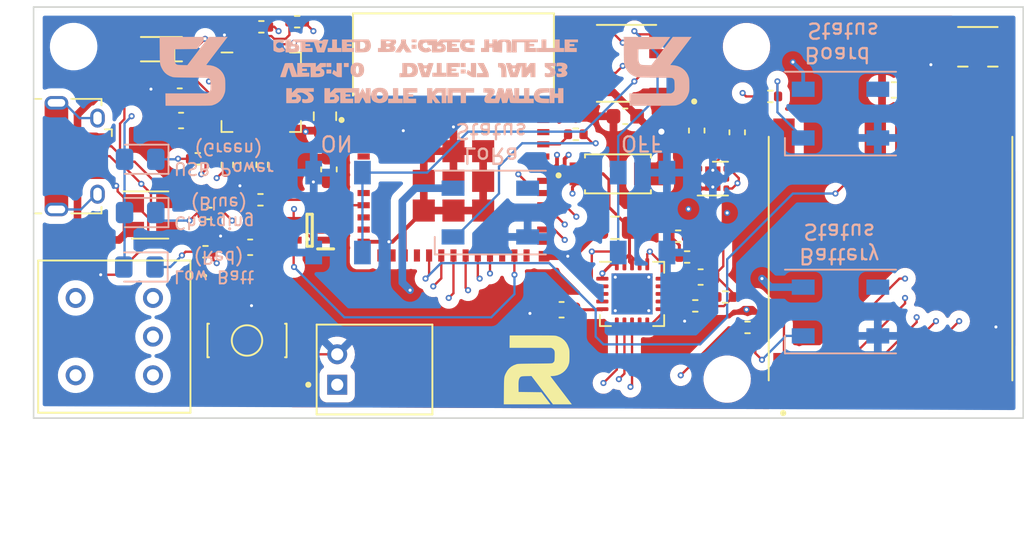
<source format=kicad_pcb>
(kicad_pcb (version 20211014) (generator pcbnew)
  (title_block (title "Kill Switch - Remote") (date "2023-01-18") (rev "1.0") (company "Created by: Greg Hulette") (comment 1 "- Creates WiFi Network for Remote Web Access") (comment 2 "- WiFi to LoRa Bridge") (comment 3 "- Buttons for Master Relay"))
  (layers (0 "F.Cu" signal) (1 "In1.Cu" signal) (2 "In2.Cu" signal) (31 "B.Cu" signal) (34 "B.Paste" user) (35 "F.Paste" user) (36 "B.SilkS" user "B.Silkscreen") (37 "F.SilkS" user "F.Silkscreen") (38 "B.Mask" user) (39 "F.Mask" user) (44 "Edge.Cuts" user))
  (net 0 "")
  (net 1 "+3V3")
  (net 2 "GND")
  (net 3 "RESET")
  (net 4 "Net-(C6-Pad2)")
  (net 5 "VBUS")
  (net 6 "Net-(C9-Pad1)")
  (net 7 "Net-(D1-PadA)")
  (net 8 "USB_DP")
  (net 9 "USB_DN")
  (net 10 "Net-(D4-Pad1)")
  (net 11 "Net-(D5-Pad1)")
  (net 13 "unconnected-(J1-Pad6)")
  (net 14 "Net-(J2-Pad1)")
  (net 15 "Net-(J3-Pad2)")
  (net 17 "Net-(L1-Pad3)")
  (net 19 "Net-(L2-Pad3)")
  (net 21 "Net-(L3-Pad3)")
  (net 22 "DTR")
  (net 23 "RTS")
  (net 24 "GPIO0")
  (net 25 "Net-(R2-Pad1)")
  (net 26 "RXD0")
  (net 27 "Net-(R3-Pad1)")
  (net 28 "TXD0")
  (net 29 "Net-(R4-Pad2)")
  (net 30 "Net-(R6-Pad1)")
  (net 31 "Net-(R7-Pad1)")
  (net 32 "Net-(R8-Pad1)")
  (net 33 "Net-(R9-Pad1)")
  (net 34 "Net-(R10-Pad1)")
  (net 35 "Net-(R11-Pad1)")
  (net 36 "BATT_LEVEL")
  (net 37 "STATUS_LED_DATA")
  (net 38 "BATSTAT_LED_DATA")
  (net 39 "Net-(TH1-Pad1)")
  (net 49 "DI0_LORA")
  (net 50 "RESET_LORA")
  (net 51 "SCK_LORA")
  (net 52 "MISO_LORA")
  (net 53 "MOSI_LORA")
  (net 54 "NSS_LORA")
  (net 58 "OFF_SW_OUT")
  (net 59 "ON_SW_OUT")
  (net 79 "DTS")
  (net 88 "LORA_LED_DATA")
  (net 90 "Net-(S2-Pad1)")
  (net 91 "Net-(S3-Pad1)")
  (net 92 "Net-(R9-Pad2)")
  (footprint "Capacitor_SMD:C_0603_1608Metric" (layer "F.Cu") (at 94.6 88.854 180)
    (fp_text reference "C5")
    (fp_text value ".1uF")
  )
  (footprint "MountingHole:MountingHole_2.1mm" (layer "F.Cu") (at 131.826 85.598)
    (fp_text reference "REF**" hide)
    (fp_text value "MountingHole_2.1mm" hide)
  )
  (footprint "Custom:JST_S2B-PH-K-S(LF)(SN)" (layer "F.Cu") (at 104.944 106.809 90)
    (fp_text reference "J2")
    (fp_text value "S2B-PH-K-S(LF)(SN)")
  )
  (footprint "Package_DFN_QFN:QFN-28-1EP_5x5mm_P0.5mm_EP3.35x3.35mm" (layer "F.Cu") (at 99.952 88.596)
    (fp_text reference "U2")
    (fp_text value "CP2102N-A02-GQFN28")
  )
  (footprint "Custom:MODULE_ESP32-PICO-MINI-02" (layer "F.Cu") (at 112.579 94.418)
    (fp_text reference "U1")
    (fp_text value "ESP32-PICO-MINI-02")
  )
  (footprint "Resistor_SMD:R_0402_1005Metric" (layer "F.Cu") (at 127.338 98.054 180)
    (fp_text reference "R13")
    (fp_text value "100K")
  )
  (footprint "Capacitor_SMD:C_0603_1608Metric" (layer "F.Cu") (at 141.504 88.446)
    (fp_text reference "C10")
    (fp_text value ".1uF")
  )
  (footprint "Resistor_SMD:R_0402_1005Metric" (layer "F.Cu") (at 131.896 104.044 180)
    (fp_text reference "R17")
    (fp_text value "470")
  )
  (footprint "Capacitor_SMD:C_0603_1608Metric" (layer "F.Cu") (at 128.558 91.114 -90)
    (fp_text reference "C7")
    (fp_text value "1uF")
  )
  (footprint "Capacitor_SMD:C_0603_1608Metric" (layer "F.Cu") (at 99.226 98.78 180)
    (fp_text reference "C3")
    (fp_text value ".1uF")
  )
  (footprint "Capacitor_SMD:C_0805_2012Metric" (layer "F.Cu") (at 104.14 90.17 90)
    (fp_text reference "C1")
    (fp_text value "10uF")
  )
  (footprint "Connector_USB:USB_Micro-B_Amphenol_10118194_Horizontal" (layer "F.Cu") (at 87.8 92.794 -90)
    (fp_text reference "J1")
    (fp_text value "USB_B_Micro")
  )
  (footprint "Resistor_SMD:R_0402_1005Metric" (layer "F.Cu") (at 100.016 93.364 -90)
    (fp_text reference "R6")
    (fp_text value "1K")
  )
  (footprint "Package_SON:WSON-6-1EP_2x2mm_P0.65mm_EP1x1.6mm_ThermalVias" (layer "F.Cu") (at 129.614 94.27)
    (fp_text reference "U3")
    (fp_text value "LP5912-3.3DRV")
  )
  (footprint "Resistor_SMD:R_0402_1005Metric" (layer "F.Cu") (at 98.97 93.364 -90)
    (fp_text reference "R5")
    (fp_text value "47.5K")
  )
  (footprint "Package_DFN_QFN:QFN-20-1EP_4x4mm_P0.5mm_EP2.7x2.7mm_ThermalVias" (layer "F.Cu") (at 124.308 101.844)
    (fp_text reference "U4")
    (fp_text value "MCP73871-2CC-Custom")
  )
  (footprint "Resistor_SMD:R_0402_1005Metric" (layer "F.Cu") (at 127.926 99.418)
    (fp_text reference "R12")
    (fp_text value "100K")
  )
  (footprint "Resistor_SMD:R_0402_1005Metric" (layer "F.Cu") (at 130.426 102.046)
    (fp_text reference "R10")
    (fp_text value "10K")
  )
  (footprint "Resistor_SMD:R_0402_1005Metric" (layer "F.Cu") (at 95.78392 92.97 180)
    (fp_text reference "R7")
    (fp_text value "82")
  )
  (footprint "Capacitor_SMD:C_0603_1608Metric" (layer "F.Cu") (at 128.814 100.736)
    (fp_text reference "C9")
    (fp_text value "4.7uF")
  )
  (footprint "Resistor_SMD:R_0402_1005Metric" (layer "F.Cu") (at 133.39 88.872 180)
    (fp_text reference "R14")
    (fp_text value "470")
  )
  (footprint "Resistor_SMD:R_0402_1005Metric" (layer "F.Cu") (at 97.728 93.368 90)
    (fp_text reference "R4")
    (fp_text value "22.1K")
  )
  (footprint "Custom:SMAJ5.0_DIOM4325X250N" (layer "F.Cu") (at 123.383 93.958)
    (fp_text reference "D3")
    (fp_text value "SMAJ5.0")
  )
  (footprint "Custom:SOD3716X135N" (layer "F.Cu") (at 93.3985 85.7685 180)
    (fp_text reference "D1")
    (fp_text value "B5819W-TP")
  )
  (footprint "Custom:SOIC127P600X175-8N" (layer "F.Cu") (at 123.946 86.698 180)
    (fp_text reference "U6")
    (fp_text value "LS18-S(Debouce)")
  )
  (footprint "MountingHole:MountingHole_2.1mm" (layer "F.Cu") (at 87.63 85.598)
    (fp_text reference "REF**" hide)
    (fp_text value "MountingHole_2.1mm" hide)
  )
  (footprint "Resistor_SMD:R_0402_1005Metric" (layer "F.Cu") (at 102.314 83.964)
    (fp_text reference "R3")
    (fp_text value "1K")
  )
  (footprint "Custom:RFM95W-915S2" (layer "F.Cu") (at 141.287 99.522 90)
    (fp_text reference "U5")
    (fp_text value "RFM95W-915S2")
  )
  (footprint "Capacitor_SMD:C_0603_1608Metric" (layer "F.Cu") (at 119.68 102.884 180)
    (fp_text reference "TH1")
    (fp_text value "10K")
  )
  (footprint "Capacitor_SMD:C_0603_1608Metric" (layer "F.Cu") (at 104.4 93.666 -90)
    (fp_text reference "C2")
    (fp_text value ".1uF")
  )
  (footprint "Custom:SOT65P230X110-6N" (layer "F.Cu") (at 103.133 97.662 180)
    (fp_text reference "Q2")
    (fp_text value "UMH3N")
  )
  (footprint "MountingHole:MountingHole_2.1mm" (layer "F.Cu") (at 130.556 107.442)
    (fp_text reference "REF**" hide)
    (fp_text value "MountingHole_2.1mm" hide)
  )
  (footprint "Capacitor_SMD:C_0805_2012Metric" (layer "F.Cu") (at 123.19 97.498 180)
    (fp_text reference "C8")
    (fp_text value "10uF")
  )
  (footprint "Capacitor_SMD:C_0603_1608Metric" (layer "F.Cu") (at 131.216 91.232 90)
    (fp_text reference "C6")
    (fp_text value "1uF")
  )
  (footprint "Resistor_SMD:R_0402_1005Metric" (layer "F.Cu") (at 128.462 102.628)
    (fp_text reference "R11")
    (fp_text value "100K")
  )
  (footprint "Package_TO_SOT_SMD:SOT-143" (layer "F.Cu") (at 92.654 96.66)
    (fp_text reference "D2")
    (fp_text value "SP0503BAHTG")
  )
  (footprint "Resistor_SMD:R_0402_1005Metric" (layer "F.Cu") (at 96.29192 99.074 180)
    (fp_text reference "R9")
    (fp_text value "150")
  )
  (footprint "Resistor_SMD:R_0402_1005Metric" (layer "F.Cu") (at 120.614 91.358 180)
    (fp_text reference "R16")
    (fp_text value "470")
  )
  (footprint "Custom:AS11CH" (layer "F.Cu") (at 90.30292 104.648 -90)
    (fp_text reference "SW4")
    (fp_text value "AS11CH")
  )
  (footprint "Capacitor_SMD:C_0603_1608Metric" (layer "F.Cu") (at 123.864 90.174)
    (fp_text reference "C11")
    (fp_text value ".1uF")
  )
  (footprint "Resistor_SMD:R_0402_1005Metric" (layer "F.Cu") (at 99.902 95.662)
    (fp_text reference "R1")
    (fp_text value "10K")
  )
  (footprint "Resistor_SMD:R_0402_1005Metric" (layer "F.Cu") (at 96.54592 96.56 180)
    (fp_text reference "R8")
    (fp_text value "82")
  )
  (footprint "Custom:SW_TL3342F160QG" (layer "F.Cu") (at 99.018618 104.902 -90)
    (fp_text reference "S1")
    (fp_text value "TL3342F160QG")
  )
  (footprint "Resistor_SMD:R_0402_1005Metric" (layer "F.Cu") (at 99.96 84.3)
    (fp_text reference "R2")
    (fp_text value "1K")
  )
  (footprint "Custom:HRS_U.FL-R-SMT-1(10)" (layer "F.Cu") (at 147.02 85.612)
    (fp_text reference "J3")
    (fp_text value "U.FL-R-SMT-1(10)")
  )
  (footprint "Capacitor_SMD:C_0603_1608Metric" (layer "F.Cu") (at 94.688 90.454 180)
    (fp_text reference "C4")
    (fp_text value "4.7uF")
  )
  (footprint "Logos:R2_Logo_V2" (layer "F.Cu") (at 118.11 107.188)
    (fp_text reference "G***" hide)
    (fp_text value "LOGO" hide)
  )
  (footprint "Logos:R2_Logo_V2" (layer "B.Cu") (at 95.504 86.868)
    (fp_text reference "G***" hide)
    (fp_text value "LOGO" hide)
  )
  (footprint "LED_SMD:LED_WS2812B_PLCC4_5.0x5.0mm_P3.2mm" (layer "B.Cu") (at 138 103 180)
    (fp_text reference "L3")
    (fp_text value "WS2812B-2020")
  )
  (footprint "Logos:R2_Logo_V2" (layer "B.Cu") (at 125.984 86.868)
    (fp_text reference "G***" hide)
    (fp_text value "LOGO" hide)
  )
  (footprint "LED_SMD:LED_0805_2012Metric_Pad1.15x1.40mm_HandSolder" (layer "B.Cu") (at 91.948 100.076 180)
    (fp_text reference "D6")
    (fp_text value "Red")
  )
  (footprint "Custom:KillSwiitch" (layer "B.Cu") (at 125 96.5 -90)
    (fp_text reference "S3")
    (fp_text value "TL3342F160QG")
  )
  (footprint "Logos:RemoteKillSwitchLogo" (layer "B.Cu") (at 110.737843 87.235218)
    (fp_text reference "G***" hide)
    (fp_text value "LOGO" hide)
  )
  (footprint "LED_SMD:LED_WS2812B_PLCC4_5.0x5.0mm_P3.2mm" (layer "B.Cu") (at 115 96.5 180)
    (fp_text reference "L2")
    (fp_text value "WS2812B-2020")
  )
  (footprint "LED_SMD:LED_0805_2012Metric_Pad1.15x1.40mm_HandSolder" (layer "B.Cu") (at 92 96.5 180)
    (fp_text reference "D5")
    (fp_text value "BLUE")
  )
  (footprint "Custom:KillSwiitch" (layer "B.Cu") (at 105 96.5 90)
    (fp_text reference "S2")
    (fp_text value "TL3342F160QG")
  )
  (footprint "LED_SMD:LED_WS2812B_PLCC4_5.0x5.0mm_P3.2mm" (layer "B.Cu") (at 138 90 180)
    (fp_text reference "L1")
    (fp_text value "WS2812B-2020")
  )
  (footprint "LED_SMD:LED_0805_2012Metric_Pad1.15x1.40mm_HandSolder" (layer "B.Cu") (at 92 93 180)
    (fp_text reference "D4")
    (fp_text value "Green")
  )
  (gr_line (start 150 83) (end 85 83) (layer "Edge.Cuts") (width 0.1))
  (gr_line (start 150 110) (end 150 83) (layer "Edge.Cuts") (width 0.1))
  (gr_line (start 85 83) (end 85 110) (layer "Edge.Cuts") (width 0.1))
  (gr_line (start 85 110) (end 150 110) (layer "Edge.Cuts") (width 0.1))
  (gr_text "OFF" (at 124.968 91.948 180) (layer "B.SilkS") (effects (font (size 1 1)) (justify mirror)))
  (gr_text "USB Power \n(Green)" (at 97.801809 92.964 180) (layer "B.SilkS") (effects (font (size 0.8 0.8) (thickness 0.125)) (justify mirror)))
  (gr_text "Low Batt \n(Red)" (at 97.15419 100.076 180) (layer "B.SilkS") (effects (font (size 0.8 0.8) (thickness 0.125)) (justify mirror)))
  (gr_text "Board \nStatus" (at 138.176 85.344 180) (layer "B.SilkS") (effects (font (size 1 1)) (justify mirror)))
  (gr_text "LoRa\nStatus" (at 115.062 91.948 180) (layer "B.SilkS") (effects (font (size 1 1)) (justify mirror)))
  (gr_text "Battery\nStatus" (at 137.922 98.552 180) (layer "B.SilkS") (effects (font (size 1 1)) (justify mirror)))
  (gr_text "ON" (at 104.902 91.948 180) (layer "B.SilkS") (effects (font (size 1 1)) (justify mirror)))
  (gr_text "Charging \n(Blue)" (at 97.173237 96.52 180) (layer "B.SilkS") (effects (font (size 0.8 0.8) (thickness 0.125)) (justify mirror)))
  (segment (start 123.208 102.944) (end 123.208 100.744) (width 0.1524) (layer "F.Cu") (net 0))
  (segment (start 125.408 100.744) (end 125.408 102.944) (width 0.1524) (layer "F.Cu") (net 0))
  (segment (start 123.208 100.744) (end 125.408 100.744) (width 0.1524) (layer "F.Cu") (net 0))
  (segment (start 105.273 92.018) (end 104.4 92.891) (width 0.25) (layer "F.Cu") (net 1))
  (segment (start 96.3515 89.8305) (end 95.375 88.854) (width 0.1524) (layer "F.Cu") (net 1))
  (segment (start 96.617 90.096) (end 96.3515 89.8305) (width 0.1524) (layer "F.Cu") (net 1))
  (segment (start 100.016 93.874) (end 100.016 94.294) (width 0.5) (layer "F.Cu") (net 1))
  (segment (start 127.762 96.012) (end 128.016 96.266) (width 0.1524) (layer "F.Cu") (net 1))
  (segment (start 106.679 92.018) (end 105.273 92.018) (width 0.25) (layer "F.Cu") (net 1))
  (segment (start 96.586 89.596) (end 96.3515 89.8305) (width 0.1524) (layer "F.Cu") (net 1))
  (segment (start 97.502 90.096) (end 95.821 90.096) (width 0.1524) (layer "F.Cu") (net 1))
  (segment (start 105.038 92.018) (end 104.14 91.12) (width 0.25) (layer "F.Cu") (net 1))
  (segment (start 128.122 93.62) (end 127.762 93.98) (width 0.1524) (layer "F.Cu") (net 1))
  (segment (start 97.502 90.096) (end 96.617 90.096) (width 0.1524) (layer "F.Cu") (net 1))
  (segment (start 128.7265 92.0575) (end 128.558 91.889) (width 0.1524) (layer "F.Cu") (net 1))
  (segment (start 95.821 90.096) (end 95.463 90.454) (width 0.1524) (layer "F.Cu") (net 1))
  (segment (start 128.7265 93.62) (end 128.122 93.62) (width 0.1524) (layer "F.Cu") (net 1))
  (segment (start 99.392 94.918) (end 99.392 95.662) (width 0.5) (layer "F.Cu") (net 1))
  (segment (start 127.762 93.98) (end 127.762 96.012) (width 0.1524) (layer "F.Cu") (net 1))
  (segment (start 97.502 89.596) (end 96.586 89.596) (width 0.1524) (layer "F.Cu") (net 1))
  (segment (start 100.016 94.294) (end 99.392 94.918) (width 0.5) (layer "F.Cu") (net 1))
  (segment (start 106.679 92.018) (end 105.038 92.018) (width 0.25) (layer "F.Cu") (net 1))
  (segment (start 128.7265 93.62) (end 128.7265 92.0575) (width 0.1524) (layer "F.Cu") (net 1))
  (via (at 132.842 100.838) (size 0.4) (drill 0.2) (layers "F.Cu" "B.Cu") (net 1))
  (via (at 130.556 96.52) (size 0.4) (drill 0.2) (layers "F.Cu" "B.Cu") (net 1))
  (via (at 109.728 101.6) (size 0.4) (drill 0.2) (layers "F.Cu" "B.Cu") (net 1))
  (via (at 128.016 96.266) (size 0.4) (drill 0.2) (layers "F.Cu" "B.Cu") (net 1))
  (via (at 134.874 86.614) (size 0.4) (drill 0.2) (layers "F.Cu" "B.Cu") (net 1))
  (via (at 102.87 91.186) (size 0.4) (drill 0.2) (layers "F.Cu" "B.Cu") (net 1))
  (via (at 131.826 102.87) (size 0.4) (drill 0.2) (layers "F.Cu" "B.Cu") (net 1))
  (segment (start 112.55 94.9) (end 110.078 94.9) (width 0.5) (layer "B.Cu") (net 1))
  (segment (start 135.55 101.4) (end 133.404 101.4) (width 0.5) (layer "B.Cu") (net 1))
  (segment (start 135.55 88.4) (end 135.55 87.29) (width 0.25) (layer "B.Cu") (net 1))
  (segment (start 135.55 87.29) (end 134.874 86.614) (width 0.25) (layer "B.Cu") (net 1))
  (segment (start 133.404 101.4) (end 132.842 100.838) (width 0.5) (layer "B.Cu") (net 1))
  (segment (start 109.22 101.092) (end 109.728 101.6) (width 0.5) (layer "B.Cu") (net 1))
  (segment (start 109.22 95.758) (end 109.22 101.092) (width 0.5) (layer "B.Cu") (net 1))
  (segment (start 110.078 94.9) (end 109.22 95.758) (width 0.5) (layer "B.Cu") (net 1))
  (segment (start 148.287 107.222) (end 148.287 104.091) (width 0.1524) (layer "F.Cu") (net 2))
  (segment (start 100.918618 101.752) (end 100.918618 101.783618) (width 0.1524) (layer "F.Cu") (net 2))
  (segment (start 127.762 103.632) (end 127.968 103.632) (width 0.1524) (layer "F.Cu") (net 2))
  (segment (start 108.579 98.418) (end 110.629 96.368) (width 0.25) (layer "F.Cu") (net 2))
  (segment (start 104.14 89.22) (end 104.388 89.468) (width 0.25) (layer "F.Cu") (net 2))
  (segment (start 121.471 88.603) (end 123.068 88.603) (width 0.5) (layer "F.Cu") (net 2))
  (segment (start 98.451 98.78) (end 98.018 98.78) (width 0.1524) (layer "F.Cu") (net 2))
  (segment (start 89.408 100.584) (end 90.424 100.584) (width 0.1524) (layer "F.Cu") (net 2))
  (segment (start 89.776 94.094) (end 89.108 94.094) (width 0.1524) (layer "F.Cu") (net 2))
  (segment (start 122.358 102.344) (end 120.088 100.074) (width 0.1524) (layer "F.Cu") (net 2))
  (segment (start 103.161618 105.809) (end 100.918618 108.052) (width 0.1524) (layer "F.Cu") (net 2))
  (segment (start 129.614 94.82) (end 129.614 93.72) (width 0.1524) (layer "F.Cu") (net 2))
  (segment (start 98.97 93.874) (end 98.97 94.324) (width 0.1524) (layer "F.Cu") (net 2))
  (segment (start 114.529 96.368) (end 112.579 96.368) (width 0.5) (layer "F.Cu") (net 2))
  (segment (start 131.063 101.919) (end 129.88 100.736) (width 0.1524) (layer "F.Cu") (net 2))
  (segment (start 112.579 92.468) (end 112.579 94.418) (width 0.5) (layer "F.Cu") (net 2))
  (segment (start 93.172 88.854) (end 93.825 88.854) (width 0.5) (layer "F.Cu") (net 2))
  (segment (start 128.473 90.424) (end 128.558 90.339) (width 0.5) (layer "F.Cu") (net 2))
  (segment (start 129.032 97.536) (end 128.366 97.536) (width 0.1524) (layer "F.Cu") (net 2))
  (segment (start 110.629 92.468) (end 112.579 92.468) (width 0.5) (layer "F.Cu") (net 2))
  (segment (start 129.614 93.398) (end 129.614 93.72) (width 0.1524) (layer "F.Cu") (net 2))
  (segment (start 144.072 88.446) (end 142.279 88.446) (width 0.1524) (layer "F.Cu") (net 2))
  (segment (start 146.15426 84.074) (end 145.545 84.68326) (width 0.5) (layer "F.Cu") (net 2))
  (segment (start 146.287 91.822) (end 146.287 90.407) (width 0.1524) (layer "F.Cu") (net 2))
  (segment (start 126.238 93.218) (end 125.498 93.958) (width 0.5) (layer "F.Cu") (net 2))
  (segment (start 126.238 91.186) (end 125.651 91.186) (width 0.5) (layer "F.Cu") (net 2))
  (segment (start 134.287 107.222) (end 134.287 103.807) (width 0.1524) (layer "F.Cu") (net 2))
  (segment (start 128.366 97.536) (end 127.848 98.054) (width 0.1524) (layer "F.Cu") (net 2))
  (segment (start 90.52 94.838) (end 90.424 94.742) (width 0.1524) (layer "F.Cu") (net 2))
  (segment (start 125.651 91.186) (end 124.639 90.174) (width 0.5) (layer "F.Cu") (net 2))
  (segment (start 120.088 100.074) (end 120.088 99.368) (width 0.1524) (layer "F.Cu") (net 2))
  (segment (start 93.913 88.942) (end 93.825 88.854) (width 0.5) (layer "F.Cu") (net 2))
  (segment (start 127.968 103.632) (end 128.972 102.628) (width 0.1524) (layer "F.Cu") (net 2))
  (segment (start 93.913 90.454) (end 93.913 88.942) (width 0.5) (layer "F.Cu") (net 2))
  (segment (start 108.579 90.418) (end 109.2835 91.1225) (width 0.5) (layer "F.Cu") (net 2))
  (segment (start 148.495 85.612) (end 148.495 84.487) (width 0.5) (layer "F.Cu") (net 2))
  (segment (start 90.424 100.584) (end 92.529711 98.478289) (width 0.1524) (layer "F.Cu") (net 2))
  (segment (start 106.679 90.418) (end 106.679 91.218) (width 0.5) (layer "F.Cu") (net 2))
  (segment (start 126.258 102.844) (end 126.72 102.844) (width 0.1524) (layer "F.Cu") (net 2))
  (segment (start 129.88 100.736) (end 129.589 100.736) (width 0.1524) (layer "F.Cu") (net 2))
  (segment (start 103.425 94.441) (end 103.378 94.488) (width 0.25) (layer "F.Cu") (net 2))
  (segment (start 148.287 104.091) (end 148.209 104.013) (width 0.1524) (layer "F.Cu") (net 2))
  (segment (start 104.4 94.441) (end 103.425 94.441) (width 0.25) (layer "F.Cu") (net 2))
  (segment (start 90.52 95.11) (end 91.3 95.89) (width 0.1524) (layer "F.Cu") (net 2))
  (segment (start 106.679 98.418) (end 108.338 98.418) (width 0.25) (layer "F.Cu") (net 2))
  (segment (start 98.97 94.324) (end 98.552 94.742) (width 0.1524) (layer "F.Cu") (net 2))
  (segment (start 99.452 88.096) (end 99.952 88.596) (width 0.1524) (layer "F.Cu") (net 2))
  (segment (start 108.338 98.418) (end 108.579 98.418) (width 0.25) (layer "F.Cu") (net 2))
  (segment (start 97.502 88.096) (end 99.452 88.096) (width 0.1524) (layer "F.Cu") (net 2))
  (segment (start 145.545 84.68326) (end 145.545 85.612) (width 0.5) (layer "F.Cu") (net 2))
  (segment (start 114.529 94.418) (end 114.529 96.368) (width 0.5) (layer "F.Cu") (net 2))
  (segment (start 130.302 98.298) (end 129.54 97.536) (width 0.1524) (layer "F.Cu") (net 2))
  (segment (start 130.302 100.023) (end 130.302 98.298) (width 0.1524) (layer "F.Cu") (net 2))
  (segment (start 92.71 88.392) (end 93.172 88.854) (width 0.5) (layer "F.Cu") (net 2))
  (segment (start 109.2835 91.1225) (end 110.629 92.468) (width 0.5) (layer "F.Cu") (net 2))
  (segment (start 92.529711 98.478289) (end 92.529711 96.834289) (width 0.1524) (layer "F.Cu") (net 2))
  (segment (start 144.326 88.446) (end 144.072 88.446) (width 0.1524) (layer "F.Cu") (net 2))
  (segment (start 129.597155 102.628) (end 129.610875 102.64172) (width 0.1524) (layer "F.Cu") (net 2))
  (segment (start 148.082 84.074) (end 146.15426 84.074) (width 0.5) (layer "F.Cu") (net 2))
  (segment (start 91.3 95.89) (end 91.554 95.89) (width 0.1524) (layer "F.Cu") (net 2))
  (segment (start 106.629 89.468) (end 118.529 89.468) (width 0.5) (layer "F.Cu") (net 2))
  (segment (start 106.679 90.418) (end 108.579 90.418) (width 0.5) (layer "F.Cu") (net 2))
  (segment (start 112.579 89.518) (end 112.579 90.875) (width 0.5) (layer "F.Cu") (net 2))
  (segment (start 127 90.424) (end 128.473 90.424) (width 0.5) (layer "F.Cu") (net 2))
  (segment (start 100.178 101.752) (end 99.314 102.616) (width 0.1524) (layer "F.Cu") (net 2))
  (segment (start 128.7265 94.92) (end 129.514 94.92) (width 0.25) (layer "F.Cu") (net 2))
  (segment (start 126.258 103.145422) (end 126.258 102.844) (width 0.1524) (layer "F.Cu") (net 2))
  (segment (start 98.05128 85.35128) (end 97.536 84.836) (width 0.1524) (layer "F.Cu") (net 2))
  (segment (start 145.545 85.612) (end 145.113 85.612) (width 0.5) (layer "F.Cu") (net 2))
  (segment (start 92.529711 96.834289) (end 91.585422 95.89) (width 0.1524) (layer "F.Cu") (net 2))
  (segment (start 129.614 94.82) (end 129.614 96.954) (width 0.1524) (layer "F.Cu") (net 2))
  (segment (start 126.72 102.844) (end 127.508 103.632) (width 0.1524) (layer "F.Cu") (net 2))
  (segment (start 131.005 92.007) (end 129.614 93.398) (width 0.1524) (layer "F.Cu") (net 2))
  (segment (start 129.610875 102.64172) (end 130.34028 102.64172) (width 0.1524) (layer "F.Cu") (net 2))
  (segment (start 130.34028 102.64172) (end 131.063 101.919) (width 0.1524) (layer "F.Cu") (net 2))
  (segment (start 110.629 96.368) (end 110.629 94.418) (width 0.5) (layer "F.Cu") (net 2))
  (segment (start 91.585422 95.89) (end 91.554 95.89) (width 0.1524) (layer "F.Cu") (net 2))
  (segment (start 129.514 94.92) (end 129.614 94.82) (width 0.25) (layer "F.Cu") (net 2))
  (segment (start 126.238 91.186) (end 126.238 93.218) (width 0.5) (layer "F.Cu") (net 2))
  (segment (start 127.508 103.632) (end 127.762 103.632) (width 0.1524) (layer "F.Cu") (net 2))
  (segment (start 104.388 89.468) (end 106.629 89.468) (width 0.25) (layer "F.Cu") (net 2))
  (segment (start 114.529 92.468) (end 114.529 94.418) (width 0.5) (layer "F.Cu") (net 2))
  (segment (start 122.358 101.844) (end 122.358 102.344) (width 0.1524) (layer "F.Cu") (net 2))
  (segment (start 129.54 97.536) (end 129.032 97.536) (width 0.1524) (layer "F.Cu") (net 2))
  (segment (start 125.609422 103.794) (end 126.258 103.145422) (width 0.1524) (layer "F.Cu") (net 2))
  (segment (start 112.579 96.368) (end 110.629 96.368) (width 0.5) (layer "F.Cu") (net 2))
  (segment (start 106.629 89.468) (end 106.629 90.368) (width 0.5) (layer "F.Cu") (net 2))
  (segment (start 112.579 92.468) (end 114.529 92.468) (width 0.5) (layer "F.Cu") (net 2))
  (segment (start 128.972 102.628) (end 129.597155 102.628) (width 0.1524) (layer "F.Cu") (net 2))
  (segment (start 125.308 103.794) (end 125.609422 103.794) (width 0.1524) (layer "F.Cu") (net 2))
  (segment (start 130.5015 94.27) (end 129.614 94.27) (width 0.1524) (layer "F.Cu") (net 2))
  (segment (start 98.05128 86.69528) (end 98.05128 85.35128) (width 0.1524) (layer "F.Cu") (net 2))
  (segment (start 134.287 103.807) (end 132.526 102.046) (width 0.1524) (layer "F.Cu") (net 2))
  (segment (start 106.629 90.368) (end 106.679 90.418) (width 0.5) (layer "F.Cu") (net 2))
  (segment (start 131.216 92.007) (end 131.005 92.007) (width 0.1524) (layer "F.Cu") (net 2))
  (segment (start 132.526 102.046) (end 130.936 102.046) (width 0.1524) (layer "F.Cu") (net 2))
  (segment (start 117.842 102.884) (end 117.602 103.124) (width 0.1524) (layer "F.Cu") (net 2))
  (segment (start 100.918618 101.752) (end 100.178 101.752) (width 0.1524) (layer "F.Cu") (net 2))
  (segment (start 90.52 94.838) (end 90.52 95.11) (width 0.1524) (layer "F.Cu") (net 2))
  (segment (start 145.113 85.612) (end 143.9375 86.7875) (width 0.5) (layer "F.Cu") (net 2))
  (segment (start 143.9375 86.7875) (end 142.279 88.446) (width 0.5) (layer "F.Cu") (net 2))
  (segment (start 106.679 99.318) (end 106.629 99.368) (width 0.25) (layer "F.Cu") (net 2))
  (segment (start 122.24 97.498) (end 120.37 99.368) (width 0.5) (layer "F.Cu") (net 2))
  (segment (start 123.068 88.603) (end 124.639 90.174) (width 0.5) (layer "F.Cu") (net 2))
  (segment (start 99.952 88.596) (end 98.05128 86.69528) (width 0.1524) (layer "F.Cu") (net 2))
  (segment (start 118.905 102.884) (end 117.842 102.884) (width 0.1524) (layer "F.Cu") (net 2))
  (segment (start 129.589 100.736) (end 130.302 100.023) (width 0.1524) (layer "F.Cu") (net 2))
  (segment (start 98.018 98.78) (end 97.282 98.044) (width 0.1524) (layer "F.Cu") (net 2))
  (segment (start 90.52 94.838) (end 89.776 94.094) (width 0.1524) (layer "F.Cu") (net 2))
  (segment (start 109.379 99.318) (end 109.379 97.618) (width 0.25) (layer "F.Cu") (net 2))
  (segment (start 146.287 90.407) (end 144.326 88.446) (width 0.1524) (layer "F.Cu") (net 2))
  (segment (start 129.614 96.954) (end 129.032 97.536) (width 0.1524) (layer "F.Cu") (net 2))
  (segment (start 125.308 103.794) (end 124.808 103.794) (width 0.1524) (layer "F.Cu") (net 2))
  (segment (start 112.579 90.875) (end 112.579 92.468) (width 0.5) (layer "F.Cu") (net 2))
  (segment (start 110.629 94.418) (end 110.629 92.468) (width 0.5) (layer "F.Cu") (net 2))
  (segment (start 100.918618 101.783618) (end 104.944 105.809) (width 0.1524) (layer "F.Cu") (net 2))
  (segment (start 120.088 99.368) (end 118.529 99.368) (width 0.5) (layer "F.Cu") (net 2))
  (segment (start 109.379 97.618) (end 110.629 96.368) (width 0.25) (layer "F.Cu") (net 2))
  (segment (start 148.495 84.487) (end 148.082 84.074) (width 0.5) (layer "F.Cu") (net 2))
  (segment (start 126.238 91.186) (end 127 90.424) (width 0.5) (layer "F.Cu") (net 2))
  (segment (start 120.37 99.368) (end 120.088 99.368) (width 0.5) (layer "F.Cu") (net 2))
  (segment (start 104.944 105.809) (end 103.161618 105.809) (width 0.1524) (layer "F.Cu") (net 2))
  (segment (start 106.679 98.418) (end 106.679 99.318) (width 0.25) (layer "F.Cu") (net 2))
  (via (at 103.378 94.488) (size 0.4) (drill 0.2) (layers "F.Cu" "B.Cu") (net 2))
  (via (at 90.424 94.742) (size 0.4) (drill 0.2) (layers "F.Cu" "B.Cu") (net 2))
  (via (at 109.2835 91.1225) (size 0.4) (drill 0.2) (layers "F.Cu" "B.Cu") (net 2))
  (via (at 89.408 100.584) (size 0.4) (drill 0.2) (layers "F.Cu" "B.Cu") (net 2))
  (via (at 127.762 103.632) (size 0.4) (drill 0.2) (layers "F.Cu" "B.Cu") (net 2))
  (via (at 99.314 102.616) (size 0.4) (drill 0.2) (layers "F.Cu" "B.Cu") (net 2))
  (via (at 97.282 98.044) (size 0.4) (drill 0.2) (layers "F.Cu" "B.Cu") (net 2))
  (via (at 117.602 103.124) (size 0.4) (drill 0.2) (layers "F.Cu" "B.Cu") (net 2))
  (via (at 112.579 90.875) (size 0.4) (drill 0.2) (layers "F.Cu" "B.Cu") (net 2))
  (via (at 148.209 104.013) (size 0.4) (drill 0.2) (layers "F.Cu" "B.Cu") (net 2))
  (via (at 143.9375 86.7875) (size 0.4) (drill 0.2) (layers "F.Cu" "B.Cu") (net 2))
  (via (at 126.238 91.186) (size 0.8) (drill 0.4) (layers "F.Cu" "B.Cu") (net 2))
  (via (at 98.552 94.742) (size 0.4) (drill 0.2) (layers "F.Cu" "B.Cu") (net 2))
  (via (at 92.71 88.392) (size 0.4) (drill 0.2) (layers "F.Cu" "B.Cu") (net 2))
  (via (at 97.536 84.836) (size 0.4) (drill 0.2) (layers "F.Cu" "B.Cu") (net 2))
  (via (at 120.088 99.368) (size 0.4) (drill 0.2) (layers "F.Cu" "B.Cu") (net 2))
  (via (at 108.338 98.418) (size 0.4) (drill 0.2) (layers "F.Cu" "B.Cu") (net 2))
  (segment (start 105.048 95.662) (end 105.404 96.018) (width 0.1524) (layer "F.Cu") (net 3))
  (segment (start 100.412 95.662) (end 101.188 95.662) (width 0.1524) (layer "F.Cu") (net 3))
  (segment (start 105.404 96.018) (end 105.177 96.018) (width 0.1524) (layer "F.Cu") (net 3))
  (segment (start 100.001 98.869618) (end 100.001 98.78) (width 0.1524) (layer "F.Cu") (net 3))
  (segment (start 101.188 95.662) (end 100.001 96.849) (width 0.1524) (layer "F.Cu") (net 3))
  (segment (start 97.118618 101.752) (end 100.001 98.869618) (width 0.1524) (layer "F.Cu") (net 3))
  (segment (start 106.679 96.018) (end 105.404 96.018) (width 0.1524) (layer "F.Cu") (net 3))
  (segment (start 101.188 95.662) (end 105.048 95.662) (width 0.1524) (layer "F.Cu") (net 3))
  (segment (start 105.177 96.018) (end 104.183 97.012) (width 0.1524) (layer "F.Cu") (net 3))
  (segment (start 100.001 96.849) (end 100.001 98.78) (width 0.1524) (layer "F.Cu") (net 3))
  (segment (start 97.118618 108.052) (end 97.118618 101.752) (width 0.1524) (layer "F.Cu") (net 3))
  (segment (start 130.5015 93.62) (end 131.424 93.62) (width 0.1524) (layer "F.Cu") (net 4))
  (segment (start 130.5015 94.92) (end 130.886 94.92) (width 0.1524) (layer "F.Cu") (net 4))
  (segment (start 131.605 90.457) (end 131.216 90.457) (width 0.1524) (layer "F.Cu") (net 4))
  (segment (start 130.886 94.92) (end 131.235756 94.569005) (width 0.1524) (layer "F.Cu") (net 4))
  (segment (start 122.358 100.844) (end 122.358 100.494978) (width 0.2) (layer "F.Cu") (net 4))
  (segment (start 131.318 94.488) (end 131.318 94.234) (width 0.1524) (layer "F.Cu") (net 4))
  (segment (start 131.424 93.62) (end 132.588 92.456) (width 0.1524) (layer "F.Cu") (net 4))
  (segment (start 131.235756 94.569005) (end 131.318 94.488) (width 0.1524) (layer "F.Cu") (net 4))
  (segment (start 132.588 92.456) (end 132.588 91.44) (width 0.1524) (layer "F.Cu") (net 4))
  (segment (start 131.318 94.234) (end 130.704 93.62) (width 0.1524) (layer "F.Cu") (net 4))
  (segment (start 122.958978 99.894) (end 123.308 99.894) (width 0.2) (layer "F.Cu") (net 4))
  (segment (start 122.358 100.494978) (end 122.958978 99.894) (width 0.2) (layer "F.Cu") (net 4))
  (segment (start 130.704 93.62) (end 130.5015 93.62) (width 0.1524) (layer "F.Cu") (net 4))
  (segment (start 132.588 91.44) (end 131.605 90.457) (width 0.1524) (layer "F.Cu") (net 4))
  (via (at 131.235756 94.569005) (size 0.4) (drill 0.2) (layers "F.Cu" "B.Cu") (net 4))
  (via (at 122.358 100.494978) (size 0.4) (drill 0.2) (layers "F.Cu" "B.Cu") (net 4))
  (segment (start 95.5875 85.7685) (end 96.266 85.09) (width 0.1524) (layer "F.Cu") (net 5))
  (segment (start 124.14 97.498) (end 124.14 99.248) (width 0.2) (layer "F.Cu") (net 5))
  (segment (start 124.14 97.498) (end 122.792 96.15) (width 0.2) (layer "F.Cu") (net 5))
  (segment (start 122.358 101.344) (end 121.979685 101.344) (width 0.1524) (layer "F.Cu") (net 5))
  (segment (start 123.808 99.894) (end 123.808 99.58) (width 0.2) (layer "F.Cu") (net 5))
  (segment (start 124.786 99.894) (end 124.14 99.248) (width 0.1524) (layer "F.Cu") (net 5))
  (segment (start 97.728 93.878) (end 97.384 93.878) (width 0.1524) (layer "F.Cu") (net 5))
  (segment (start 124.808 99.894) (end 124.786 99.894) (width 0.1524) (layer "F.Cu") (net 5))
  (segment (start 122.792 94.344) (end 122.406 93.958) (width 0.2) (layer "F.Cu") (net 5))
  (segment (start 121.268 93.958) (end 120.396 94.83) (width 0.2) (layer "F.Cu") (net 5))
  (segment (start 121.979685 101.344) (end 121.666 101.030315) (width 0.1524) (layer "F.Cu") (net 5))
  (segment (start 97.384 93.878) (end 97.028 94.234) (width 0.1524) (layer "F.Cu") (net 5))
  (segment (start 123.444 99.06) (end 123.808 99.424) (width 0.1524) (layer "F.Cu") (net 5))
  (segment (start 120.396 94.83) (end 120.396 95.25) (width 0.2) (layer "F.Cu") (net 5))
  (segment (start 122.792 96.15) (end 122.792 94.344) (width 0.2) (layer "F.Cu") (net 5))
  (segment (start 122.406 93.958) (end 121.268 93.958) (width 0.2) (layer "F.Cu") (net 5))
  (segment (start 123.808 99.424) (end 123.808 99.894) (width 0.1524) (layer "F.Cu") (net 5))
  (segment (start 121.666 99.06) (end 123.444 99.06) (width 0.1524) (layer "F.Cu") (net 5))
  (segment (start 124.14 99.726) (end 124.308 99.894) (width 0.2) (layer "F.Cu") (net 5))
  (segment (start 123.808 99.58) (end 124.14 99.248) (width 0.2) (layer "F.Cu") (net 5))
  (segment (start 95.0368 85.7685) (end 95.5875 85.7685) (width 0.1524) (layer "F.Cu") (net 5))
  (segment (start 121.666 101.030315) (end 121.666 99.06) (width 0.1524) (layer "F.Cu") (net 5))
  (segment (start 124.14 99.248) (end 124.14 99.726) (width 0.2) (layer "F.Cu") (net 5))
  (via (at 96.266 85.09) (size 0.4) (drill 0.2) (layers "F.Cu" "B.Cu") (net 5))
  (via (at 91.44 90.17) (size 0.4) (drill 0.2) (layers "F.Cu" "B.Cu") (net 5))
  (via (at 97.028 94.234) (size 0.4) (drill 0.2) (layers "F.Cu" "B.Cu") (net 5))
  (via (at 120.396 95.25) (size 0.4) (drill 0.2) (layers "F.Cu" "B.Cu") (net 5))
  (via (at 121.666 99.06) (size 0.4) (drill 0.2) (layers "F.Cu" "B.Cu") (net 5))
  (segment (start 90.975 96.5) (end 90.975 100.024) (width 0.1524) (layer "B.Cu") (net 5))
  (segment (start 90.975 90.635) (end 91.44 90.17) (width 0.1524) (layer "B.Cu") (net 5))
  (segment (start 90.975 93) (end 90.975 90.635) (width 0.1524) (layer "B.Cu") (net 5))
  (segment (start 90.975 93) (end 90.975 96.5) (width 0.1524) (layer "B.Cu") (net 5))
  (segment (start 90.975 100.024) (end 90.923 100.076) (width 0.1524) (layer "B.Cu") (net 5))
  (segment (start 126.258 99.842) (end 125.476 99.06) (width 0.1524) (layer "F.Cu") (net 6))
  (segment (start 128.039 100.736) (end 128.039 99.815) (width 0.2) (layer "F.Cu") (net 6))
  (segment (start 126.258 101.344) (end 126.258 100.844) (width 0.1524) (layer "F.Cu") (net 6))
  (segment (start 127.931 100.844) (end 126.258 100.844) (width 0.2) (layer "F.Cu") (net 6))
  (segment (start 128.039 99.815) (end 128.436 99.418) (width 0.2) (layer "F.Cu") (net 6))
  (segment (start 128.039 100.736) (end 127.931 100.844) (width 0.2) (layer "F.Cu") (net 6))
  (segment (start 126.258 100.844) (end 126.258 99.842) (width 0.1524) (layer "F.Cu") (net 6))
  (segment (start 125.308 99.228) (end 125.476 99.06) (width 0.1524) (layer "F.Cu") (net 6))
  (segment (start 125.308 99.894) (end 125.308 99.228) (width 0.1524) (layer "F.Cu") (net 6))
  (via (at 125.476 99.06) (size 0.4) (drill 0.2) (layers "F.Cu" "B.Cu") (net 6))
  (segment (start 87.884 91.694) (end 88.084 91.494) (width 0.5) (layer "F.Cu") (net 7))
  (segment (start 87.884 97.536) (end 88.646 98.298) (width 0.5) (layer "F.Cu") (net 7))
  (segment (start 87.884 91.694) (end 87.884 97.536) (width 0.5) (layer "F.Cu") (net 7))
  (segment (start 88.646 98.298) (end 90.612 98.298) (width 0.5) (layer "F.Cu") (net 7))
  (segment (start 88.725052 89.21948) (end 87.884 90.060532) (width 0.5) (layer "F.Cu") (net 7))
  (segment (start 91.7602 86.2938) (end 88.83452 89.21948) (width 0.5) (layer "F.Cu") (net 7))
  (segment (start 88.83452 89.21948) (end 88.725052 89.21948) (width 0.5) (layer "F.Cu") (net 7))
  (segment (start 91.7602 85.7685) (end 91.7602 86.2938) (width 0.5) (layer "F.Cu") (net 7))
  (segment (start 90.612 98.298) (end 91.3 97.61) (width 0.5) (layer "F.Cu") (net 7))
  (segment (start 88.084 91.494) (end 89.108 91.494) (width 0.5) (layer "F.Cu") (net 7))
  (segment (start 87.884 90.060532) (end 87.884 91.694) (width 0.5) (layer "F.Cu") (net 7))
  (segment (start 92.075 94.615) (end 92.71 95.25) (width 0.1524) (layer "F.Cu") (net 8))
  (segment (start 90.97192 93.51192) (end 92.075 94.615) (width 0.1524) (layer "F.Cu") (net 8))
  (segment (start 92.71 95.25) (end 92.71 96.516888) (width 0.1524) (layer "F.Cu") (net 8))
  (segment (start 96.82628 88.298595) (end 97.123685 88.596) (width 0.1524) (layer "F.Cu") (net 8))
  (segment (start 92.881631 96.688519) (end 92.881631 96.691631) (width 0.1524) (layer "F.Cu") (net 8))
  (segment (start 96.52 87.884) (end 96.82628 88.19028) (width 0.1524) (layer "F.Cu") (net 8))
  (segment (start 89.108 92.794) (end 90 92.794) (width 0.1524) (layer "F.Cu") (net 8))
  (segment (start 93.5 97.31) (end 93.5 97.61) (width 0.1524) (layer "F.Cu") (net 8))
  (segment (start 90.71792 93.51192) (end 90.97192 93.51192) (width 0.1524) (layer "F.Cu") (net 8))
  (segment (start 90 92.794) (end 90.71792 93.51192) (width 0.1524) (layer "F.Cu") (net 8))
  (segment (start 96.82628 88.19028) (end 96.82628 88.298595) (width 0.1524) (layer "F.Cu") (net 8))
  (segment (start 92.71 96.516888) (end 92.881631 96.688519) (width 0.1524) (layer "F.Cu") (net 8))
  (segment (start 92.881631 96.691631) (end 93.5 97.31) (width 0.1524) (layer "F.Cu") (net 8))
  (segment (start 97.123685 88.596) (end 97.502 88.596) (width 0.1524) (layer "F.Cu") (net 8))
  (via (at 92.075 94.615) (size 0.4) (drill 0.2) (layers "F.Cu" "B.Cu") (net 8))
  (via (at 96.52 87.884) (size 0.4) (drill 0.2) (layers "F.Cu" "B.Cu") (net 8))
  (segment (start 90.964289 89.121711) (end 92.71 87.376) (width 0.1524) (layer "F.Cu") (net 9))
  (segment (start 91.636 93.16) (end 90.86369 93.16) (width 0.1524) (layer "F.Cu") (net 9))
  (segment (start 93.5 95.71) (end 93.5 95.024) (width 0.1524) (layer "F.Cu") (net 9))
  (segment (start 90.112 92.144) (end 89.108 92.144) (width 0.1524) (layer "F.Cu") (net 9))
  (segment (start 90.678 92.97431) (end 90.678 90.653336) (width 0.1524) (layer "F.Cu") (net 9))
  (segment (start 93.5 95.024) (end 91.636 93.16) (width 0.1524) (layer "F.Cu") (net 9))
  (segment (start 95.25 87.376) (end 96.97 89.096) (width 0.1524) (layer "F.Cu") (net 9))
  (segment (start 92.71 87.376) (end 95.25 87.376) (width 0.1524) (layer "F.Cu") (net 9))
  (segment (start 90.678 90.653336) (end 90.964289 90.367047) (width 0.1524) (layer "F.Cu") (net 9))
  (segment (start 90.86369 93.16) (end 90.678 92.97431) (width 0.1524) (layer "F.Cu") (net 9))
  (segment (start 90.678 92.71) (end 90.112 92.144) (width 0.1524) (layer "F.Cu") (net 9))
  (segment (start 90.964289 90.367047) (end 90.964289 89.121711) (width 0.1524) (layer "F.Cu") (net 9))
  (segment (start 96.97 89.096) (end 97.502 89.096) (width 0.1524) (layer "F.Cu") (net 9))
  (segment (start 95.27392 92.97) (end 94.494 92.97) (width 0.1524) (layer "F.Cu") (net 10))
  (segment (start 94.494 92.97) (end 94.488 92.964) (width 0.1524) (layer "F.Cu") (net 10))
  (via (at 94.488 92.964) (size 0.4) (drill 0.2) (layers "F.Cu" "B.Cu") (net 10))
  (segment (start 93.025 93) (end 94.452 93) (width 0.1524) (layer "B.Cu") (net 10))
  (segment (start 94.452 93) (end 94.488 92.964) (width 0.1524) (layer "B.Cu") (net 10))
  (segment (start 96.03592 96.56) (end 95.718 96.56) (width 0.1524) (layer "F.Cu") (net 11))
  (segment (start 95.718 96.56) (end 95.25 97.028) (width 0.1524) (layer "F.Cu") (net 11))
  (via (at 95.25 97.028) (size 0.4) (drill 0.2) (layers "F.Cu" "B.Cu") (net 11))
  (segment (start 95.25 97.028) (end 93.553 97.028) (width 0.1524) (layer "B.Cu") (net 11))
  (segment (start 93.553 97.028) (end 93.025 96.5) (width 0.1524) (layer "B.Cu") (net 11))
  (segment (start 86.5 89.294) (end 86.5 96.294) (width 0.1524) (layer "F.Cu") (net 13))
  (segment (start 88.008 90.294) (end 87.008 89.294) (width 0.1524) (layer "B.Cu") (net 13))
  (segment (start 87.008 89.294) (end 86.5 89.294) (width 0.1524) (layer "B.Cu") (net 13))
  (segment (start 88.108 96.294) (end 89.108 95.294) (width 0.1524) (layer "B.Cu") (net 13))
  (segment (start 86.5 96.294) (end 88.108 96.294) (width 0.1524) (layer "B.Cu") (net 13))
  (segment (start 89.108 90.294) (end 88.008 90.294) (width 0.1524) (layer "B.Cu") (net 13))
  (segment (start 147.02 87.584) (end 148.287 88.851) (width 0.5) (layer "F.Cu") (net 15))
  (segment (start 148.287 88.851) (end 148.287 91.822) (width 0.5) (layer "F.Cu") (net 15))
  (segment (start 147.02 87.137) (end 147.02 87.584) (width 0.5) (layer "F.Cu") (net 15))
  (segment (start 133.858 87.884) (end 133.858 88.83) (width 0.1524) (layer "F.Cu") (net 17))
  (segment (start 133.858 88.83) (end 133.9 88.872) (width 0.1524) (layer "F.Cu") (net 17))
  (via (at 133.858 87.884) (size 0.4) (drill 0.2) (layers "F.Cu" "B.Cu") (net 17))
  (segment (start 133.858 87.884) (end 133.858 89.908) (width 0.1524) (layer "B.Cu") (net 17))
  (segment (start 133.858 89.908) (end 135.55 91.6) (width 0.1524) (layer "B.Cu") (net 17))
  (segment (start 121.714 91.948) (end 121.92 91.948) (width 0.1524) (layer "F.Cu") (net 19))
  (segment (start 121.124 91.358) (end 121.714 91.948) (width 0.1524) (layer "F.Cu") (net 19))
  (via (at 121.92 91.948) (size 0.4) (drill 0.2) (layers "F.Cu" "B.Cu") (net 19))
  (segment (start 115.57 93.472) (end 117.094 91.948) (width 0.1524) (layer "B.Cu") (net 19))
  (segment (start 112.55 98.1) (end 112.72 98.1) (width 0.1524) (layer "B.Cu") (net 19))
  (segment (start 112.72 98.1) (end 115.57 95.25) (width 0.1524) (layer "B.Cu") (net 19))
  (segment (start 117.094 91.948) (end 121.92 91.948) (width 0.1524) (layer "B.Cu") (net 19))
  (segment (start 115.57 95.25) (end 115.57 93.472) (width 0.1524) (layer "B.Cu") (net 19))
  (segment (start 132.406 104.044) (end 132.406 105.736) (width 0.1524) (layer "F.Cu") (net 21))
  (segment (start 132.406 105.736) (end 132.842 106.172) (width 0.1524) (layer "F.Cu") (net 21))
  (via (at 132.842 106.172) (size 0.4) (drill 0.2) (layers "F.Cu" "B.Cu") (net 21))
  (segment (start 134.414 104.6) (end 135.55 104.6) (width 0.1524) (layer "B.Cu") (net 21))
  (segment (start 132.842 106.172) (end 134.414 104.6) (width 0.1524) (layer "B.Cu") (net 21))
  (segment (start 102.734422 97.662) (end 102.083 97.662) (width 0.1524) (layer "F.Cu") (net 22))
  (segment (start 104.183 98.312) (end 103.384422 98.312) (width 0.1524) (layer "F.Cu") (net 22))
  (segment (start 103.384422 98.312) (end 102.734422 97.662) (width 0.1524) (layer "F.Cu") (net 22))
  (segment (start 104.183 97.662) (end 103.384422 97.662) (width 0.1524) (layer "F.Cu") (net 23))
  (segment (start 102.01008 85.44192) (end 102.108 85.344) (width 0.1524) (layer "F.Cu") (net 23))
  (segment (start 102.734422 97.012) (end 102.083 97.012) (width 0.1524) (layer "F.Cu") (net 23))
  (segment (start 102.083 96.29292) (end 102.10896 96.26696) (width 0.1524) (layer "F.Cu") (net 23))
  (segment (start 103.384422 97.662) (end 102.734422 97.012) (width 0.1524) (layer "F.Cu") (net 23))
  (segment (start 100.452 86.146) (end 100.452 85.73) (width 0.1524) (layer "F.Cu") (net 23))
  (segment (start 100.452 85.73) (end 100.74008 85.44192) (width 0.1524) (layer "F.Cu") (net 23))
  (segment (start 102.083 97.012) (end 102.083 96.29292) (width 0.1524) (layer "F.Cu") (net 23))
  (segment (start 100.74008 85.44192) (end 102.01008 85.44192) (width 0.1524) (layer "F.Cu") (net 23))
  (via (at 102.108 85.344) (size 0.4) (drill 0.2) (layers "F.Cu" "B.Cu") (net 23))
  (via (at 102.10896 96.26696) (size 0.4) (drill 0.2) (layers "F.Cu" "B.Cu") (net 23))
  (segment (start 116.579 99.318) (end 116.579 100.577) (width 0.1524) (layer "F.Cu") (net 24))
  (segment (start 102.108 100.076) (end 102.083 100.051) (width 0.1524) (layer "F.Cu") (net 24))
  (segment (start 116.586 100.584) (end 116.579 100.577) (width 0.1524) (layer "F.Cu") (net 24))
  (segment (start 102.083 100.051) (end 102.083 98.312) (width 0.1524) (layer "F.Cu") (net 24))
  (via (at 116.586 100.584) (size 0.4) (drill 0.2) (layers "F.Cu" "B.Cu") (net 24))
  (via (at 102.108 100.076) (size 0.4) (drill 0.2) (layers "F.Cu" "B.Cu") (net 24))
  (segment (start 105.41 103.378) (end 115.062 103.378) (width 0.1524) (layer "B.Cu") (net 24))
  (segment (start 115.062 103.378) (end 116.586 101.854) (width 0.1524) (layer "B.Cu") (net 24))
  (segment (start 116.586 101.854) (end 116.586 100.584) (width 0.1524) (layer "B.Cu") (net 24))
  (segment (start 102.108 100.076) (end 105.41 103.378) (width 0.1524) (layer "B.Cu") (net 24))
  (segment (start 99.45 84.3) (end 99.45 86.144) (width 0.1524) (layer "F.Cu") (net 25))
  (segment (start 99.45 86.144) (end 99.452 86.146) (width 0.1524) (layer "F.Cu") (net 25))
  (segment (start 100.47 84.3) (end 100.81 84.3) (width 0.1524) (layer "F.Cu") (net 26))
  (segment (start 119.883489 93.663511) (end 119.883489 92.968511) (width 0.25) (layer "F.Cu") (net 26))
  (segment (start 118.479 94.418) (end 119.129 94.418) (width 0.25) (layer "F.Cu") (net 26))
  (segment (start 119.129 94.418) (end 119.883489 93.663511) (width 0.25) (layer "F.Cu") (net 26))
  (segment (start 119.883489 92.968511) (end 120.142 92.71) (width 0.25) (layer "F.Cu") (net 26))
  (segment (start 100.81 84.3) (end 101.092 84.582) (width 0.1524) (layer "F.Cu") (net 26))
  (via (at 101.092 84.582) (size 0.4) (drill 0.2) (layers "F.Cu" "B.Cu") (net 26))
  (via (at 120.142 92.71) (size 0.4) (drill 0.2) (layers "F.Cu" "B.Cu") (net 26))
  (segment (start 100.02192 84.90592) (end 99.952 84.97584) (width 0.1524) (layer "F.Cu") (net 27))
  (segment (start 101.55 85.09) (end 100.79985 85.09) (width 0.1524) (layer "F.Cu") (net 27))
  (segment (start 100.79985 85.09) (end 100.61577 84.90592) (width 0.1524) (layer "F.Cu") (net 27))
  (segment (start 100.61577 84.90592) (end 100.02192 84.90592) (width 0.1524) (layer "F.Cu") (net 27))
  (segment (start 99.952 84.97584) (end 99.952 86.146) (width 0.1524) (layer "F.Cu") (net 27))
  (segment (start 101.804 84.836) (end 101.55 85.09) (width 0.1524) (layer "F.Cu") (net 27))
  (segment (start 101.804 83.964) (end 101.804 84.836) (width 0.1524) (layer "F.Cu") (net 27))
  (segment (start 103.378 84.582) (end 102.824 84.028) (width 0.1524) (layer "F.Cu") (net 28))
  (segment (start 102.824 84.028) (end 102.824 83.964) (width 0.1524) (layer "F.Cu") (net 28))
  (segment (start 118.479 93.618) (end 119.129 93.618) (width 0.25) (layer "F.Cu") (net 28))
  (segment (start 119.38 93.367) (end 119.38 92.71) (width 0.25) (layer "F.Cu") (net 28))
  (segment (start 119.129 93.618) (end 119.38 93.367) (width 0.25) (layer "F.Cu") (net 28))
  (via (at 119.38 92.71) (size 0.4) (drill 0.2) (layers "F.Cu" "B.Cu") (net 28))
  (via (at 103.378 84.582) (size 0.4) (drill 0.2) (layers "F.Cu" "B.Cu") (net 28))
  (segment (start 98.452 92.336) (end 98.97 92.854) (width 0.1524) (layer "F.Cu") (net 29))
  (segment (start 98.966 92.858) (end 98.97 92.854) (width 0.1524) (layer "F.Cu") (net 29))
  (segment (start 97.728 92.858) (end 98.966 92.858) (width 0.1524) (layer "F.Cu") (net 29))
  (segment (start 98.452 91.046) (end 98.452 92.336) (width 0.1524) (layer "F.Cu") (net 29))
  (segment (start 98.952 91.046) (end 98.952 91.586) (width 0.1524) (layer "F.Cu") (net 30))
  (segment (start 100.016 92.65) (end 100.016 92.854) (width 0.1524) (layer "F.Cu") (net 30))
  (segment (start 98.952 91.586) (end 100.016 92.65) (width 0.1524) (layer "F.Cu") (net 30))
  (segment (start 123.308 106.816) (end 122.428 107.696) (width 0.1524) (layer "F.Cu") (net 31))
  (segment (start 96.29392 93.69808) (end 96.012 93.98) (width 0.1524) (layer "F.Cu") (net 31))
  (segment (start 123.308 103.794) (end 123.308 106.816) (width 0.1524) (layer "F.Cu") (net 31))
  (segment (start 96.29392 92.97) (end 96.29392 93.69808) (width 0.1524) (layer "F.Cu") (net 31))
  (via (at 122.428 107.696) (size 0.4) (drill 0.2) (layers "F.Cu" "B.Cu") (net 31))
  (via (at 96.012 93.98) (size 0.4) (drill 0.2) (layers "F.Cu" "B.Cu") (net 31))
  (segment (start 97.05592 96.56) (end 97.576 96.56) (width 0.1524) (layer "F.Cu") (net 32))
  (segment (start 123.808 107.078) (end 123.444 107.442) (width 0.1524) (layer "F.Cu") (net 32))
  (segment (start 97.576 96.56) (end 98.044 97.028) (width 0.1524) (layer "F.Cu") (net 32))
  (segment (start 123.808 103.794) (end 123.808 107.078) (width 0.1524) (layer "F.Cu") (net 32))
  (via (at 123.444 107.442) (size 0.4) (drill 0.2) (layers "F.Cu" "B.Cu") (net 32))
  (via (at 98.044 97.028) (size 0.4) (drill 0.2) (layers "F.Cu" "B.Cu") (net 32))
  (segment (start 96.80192 99.59592) (end 97.028 99.822) (width 0.1524) (layer "F.Cu") (net 33))
  (segment (start 124.308 103.794) (end 124.308 107.848) (width 0.1524) (layer "F.Cu") (net 33))
  (segment (start 96.80192 99.074) (end 96.80192 99.59592) (width 0.1524) (layer "F.Cu") (net 33))
  (segment (start 124.308 107.848) (end 124.206 107.95) (width 0.1524) (layer "F.Cu") (net 33))
  (via (at 124.206 107.95) (size 0.4) (drill 0.2) (layers "F.Cu" "B.Cu") (net 33))
  (via (at 97.028 99.822) (size 0.4) (drill 0.2) (layers "F.Cu" "B.Cu") (net 33))
  (segment (start 126.258 101.844) (end 129.714 101.844) (width 0.2) (layer "F.Cu") (net 34))
  (segment (start 129.714 101.844) (end 129.916 102.046) (width 0.2) (layer "F.Cu") (net 34))
  (segment (start 127.952 102.628) (end 127.52 102.628) (width 0.2) (layer "F.Cu") (net 35))
  (segment (start 127.52 102.628) (end 127.236 102.344) (width 0.2) (layer "F.Cu") (net 35))
  (segment (start 127.236 102.344) (end 126.258 102.344) (width 0.2) (layer "F.Cu") (net 35))
  (segment (start 127.416 98.642) (end 126.828 98.054) (width 0.2) (layer "F.Cu") (net 36))
  (segment (start 127.416 99.418) (end 127.416 98.642) (width 0.2) (layer "F.Cu") (net 36))
  (segment (start 120.104 91.478) (end 119.564 92.018) (width 0.1524) (layer "F.Cu") (net 37))
  (segment (start 119.564 92.018) (end 118.479 92.018) (width 0.1524) (layer "F.Cu") (net 37))
  (segment (start 120.104 91.358) (end 120.104 91.478) (width 0.1524) (layer "F.Cu") (net 37))
  (segment (start 131.386 104.044) (end 130.652 104.044) (width 0.1524) (layer "F.Cu") (net 38))
  (segment (start 118.479 95.218) (end 118.078 95.218) (width 0.1524) (layer "F.Cu") (net 38))
  (segment (start 130.652 104.044) (end 127.508 107.188) (width 0.1524) (layer "F.Cu") (net 38))
  (segment (start 118.078 95.218) (end 116.84 93.98) (width 0.1524) (layer "F.Cu") (net 38))
  (via (at 116.84 93.98) (size 0.4) (drill 0.2) (layers "F.Cu" "B.Cu") (net 38))
  (via (at 127.508 107.188) (size 0.4) (drill 0.2) (layers "F.Cu" "B.Cu") (net 38))
  (segment (start 122.318 102.884) (end 122.358 102.844) (width 0.2) (layer "F.Cu") (net 39))
  (segment (start 120.455 102.884) (end 122.318 102.884) (width 0.2) (layer "F.Cu") (net 39))
  (segment (start 138.287 91.822) (end 138.287 94.631) (width 0.1524) (layer "F.Cu") (net 49))
  (segment (start 110.979 100.603) (end 110.744 100.838) (width 0.1524) (layer "F.Cu") (net 49))
  (segment (start 138.287 94.631) (end 137.668 95.25) (width 0.1524) (layer "F.Cu") (net 49))
  (segment (start 110.979 99.318) (end 110.979 100.603) (width 0.1524) (layer "F.Cu") (net 49))
  (via (at 110.744 100.838) (size 0.4) (drill 0.2) (layers "F.Cu" "B.Cu") (net 49))
  (via (at 137.668 95.25) (size 0.4) (drill 0.2) (layers "F.Cu" "B.Cu") (net 49))
  (segment (start 130.556 103.378) (end 130.556 99.568) (width 0.1524) (layer "B.Cu") (net 49))
  (segment (start 111.76 99.822) (end 118.872 99.822) (width 0.1524) (layer "B.Cu") (net 49))
  (segment (start 110.744 100.838) (end 111.76 99.822) (width 0.1524) (layer "B.Cu") (net 49))
  (segment (start 128.778 105.156) (end 130.556 103.378) (width 0.1524) (layer "B.Cu") (net 49))
  (segment (start 121.92 104.648) (end 122.428 105.156) (width 0.1524) (layer "B.Cu") (net 49))
  (segment (start 134.874 95.25) (end 137.668 95.25) (width 0.1524) (layer "B.Cu") (net 49))
  (segment (start 130.556 99.568) (end 134.874 95.25) (width 0.1524) (layer "B.Cu") (net 49))
  (segment (start 122.428 105.156) (end 128.778 105.156) (width 0.1524) (layer "B.Cu") (net 49))
  (segment (start 118.872 99.822) (end 121.92 102.87) (width 0.1524) (layer "B.Cu") (net 49))
  (segment (start 121.92 102.87) (end 121.92 104.648) (width 0.1524) (layer "B.Cu") (net 49))
  (segment (start 111.779 100.819) (end 111.252 101.346) (width 0.1524) (layer "F.Cu") (net 50))
  (segment (start 144.287 107.222) (end 144.287 105.141) (width 0.1524) (layer "F.Cu") (net 50))
  (segment (start 144.287 105.141) (end 145.796 103.632) (width 0.1524) (layer "F.Cu") (net 50))
  (segment (start 111.779 99.318) (end 111.779 100.819) (width 0.1524) (layer "F.Cu") (net 50))
  (via (at 111.252 101.346) (size 0.4) (drill 0.2) (layers "F.Cu" "B.Cu") (net 50))
  (via (at 145.796 103.632) (size 0.4) (drill 0.2) (layers "F.Cu" "B.Cu") (net 50))
  (segment (start 140.287 107.222) (end 140.287 106.422) (width 0.1524) (layer "F.Cu") (net 51))
  (segment (start 112.268 102.108) (end 112.579 101.797) (width 0.1524) (layer "F.Cu") (net 51))
  (segment (start 140.287 106.422) (end 143.002 103.707) (width 0.1524) (layer "F.Cu") (net 51))
  (segment (start 112.579 101.797) (end 112.579 99.318) (width 0.1524) (layer "F.Cu") (net 51))
  (segment (start 143.002 103.707) (end 143.002 103.378) (width 0.1524) (layer "F.Cu") (net 51))
  (via (at 143.002 103.378) (size 0.4) (drill 0.2) (layers "F.Cu" "B.Cu") (net 51))
  (via (at 112.268 102.108) (size 0.4) (drill 0.2) (layers "F.Cu" "B.Cu") (net 51))
  (segment (start 141.871 100.838) (end 142.24 100.838) (width 0.1524) (layer "F.Cu") (net 52))
  (segment (start 136.287 107.222) (end 136.287 106.422) (width 0.1524) (layer "F.Cu") (net 52))
  (segment (start 113.379 99.318) (end 113.379 101.441) (width 0.1524) (layer "F.Cu") (net 52))
  (segment (start 113.379 101.441) (end 113.538 101.6) (width 0.1524) (layer "F.Cu") (net 52))
  (segment (start 136.287 106.422) (end 141.871 100.838) (width 0.1524) (layer "F.Cu") (net 52))
  (via (at 113.538 101.6) (size 0.4) (drill 0.2) (layers "F.Cu" "B.Cu") (net 52))
  (via (at 142.24 100.838) (size 0.4) (drill 0.2) (layers "F.Cu" "B.Cu") (net 52))
  (segment (start 138.287 106.422) (end 142.24 102.469) (width 0.1524) (layer "F.Cu") (net 53))
  (segment (start 114.179 99.318) (end 114.179 100.717) (width 0.1524) (layer "F.Cu") (net 53))
  (segment (start 142.24 102.469) (end 142.24 102.108) (width 0.1524) (layer "F.Cu") (net 53))
  (segment (start 114.179 100.717) (end 114.3 100.838) (width 0.1524) (layer "F.Cu") (net 53))
  (segment (start 138.287 107.222) (end 138.287 106.422) (width 0.1524) (layer "F.Cu") (net 53))
  (via (at 114.3 100.838) (size 0.4) (drill 0.2) (layers "F.Cu" "B.Cu") (net 53))
  (via (at 142.24 102.108) (size 0.4) (drill 0.2) (layers "F.Cu" "B.Cu") (net 53))
  (segment (start 114.979 99.318) (end 114.979 100.501) (width 0.1524) (layer "F.Cu") (net 54))
  (segment (start 142.287 107.222) (end 142.287 105.617) (width 0.1524) (layer "F.Cu") (net 54))
  (segment (start 142.287 105.617) (end 144.272 103.632) (width 0.1524) (layer "F.Cu") (net 54))
  (via (at 144.272 103.632) (size 0.4) (drill 0.2) (layers "F.Cu" "B.Cu") (net 54))
  (via (at 114.979 100.501) (size 0.4) (drill 0.2) (layers "F.Cu" "B.Cu") (net 54))
  (segment (start 118.479 96.818) (end 119.424 96.818) (width 0.1524) (layer "F.Cu") (net 58))
  (segment (start 123.147 84.793) (end 123.698 85.344) (width 0.1524) (layer "F.Cu") (net 58))
  (segment (start 119.424 96.818) (end 119.888 97.282) (width 0.1524) (layer "F.Cu") (net 58))
  (segment (start 121.471 84.793) (end 123.147 84.793) (width 0.1524) (layer "F.Cu") (net 58))
  (via (at 119.888 97.282) (size 0.4) (drill 0.2) (layers "F.Cu" "B.Cu") (net 58))
  (via (at 123.698 85.344) (size 0.4) (drill 0.2) (layers "F.Cu" "B.Cu") (net 58))
  (segment (start 118.479 96.018) (end 119.894 96.018) (width 0.1524) (layer "F.Cu") (net 59))
  (segment (start 121.471 87.333) (end 123.233 87.333) (width 0.1524) (layer "F.Cu") (net 59))
  (segment (start 119.894 96.018) (end 120.65 96.774) (width 0.1524) (layer "F.Cu") (net 59))
  (segment (start 123.233 87.333) (end 123.698 86.868) (width 0.1524) (layer "F.Cu") (net 59))
  (via (at 120.65 96.774) (size 0.4) (drill 0.2) (layers "F.Cu" "B.Cu") (net 59))
  (via (at 123.698 86.868) (size 0.4) (drill 0.2) (layers "F.Cu" "B.Cu") (net 59))
  (segment (start 131.798 88.872) (end 131.572 88.646) (width 0.1524) (layer "F.Cu") (net 88))
  (segment (start 132.88 88.872) (end 131.798 88.872) (width 0.1524) (layer "F.Cu") (net 88))
  (segment (start 119.208 97.618) (end 119.888 98.298) (width 0.1524) (layer "F.Cu") (net 88))
  (segment (start 118.479 97.618) (end 119.208 97.618) (width 0.1524) (layer "F.Cu") (net 88))
  (via (at 131.572 88.646) (size 0.4) (drill 0.2) (layers "F.Cu" "B.Cu") (net 88))
  (via (at 119.888 98.298) (size 0.4) (drill 0.2) (layers "F.Cu" "B.Cu") (net 88))
  (segment (start 126.421 87.333) (end 125.011 87.333) (width 0.1524) (layer "F.Cu") (net 90))
  (segment (start 125.011 87.333) (end 124.46 87.884) (width 0.1524) (layer "F.Cu") (net 90))
  (via (at 124.46 87.884) (size 0.4) (drill 0.2) (layers "F.Cu" "B.Cu") (net 90))
  (segment (start 106.6 93.875) (end 110.849 93.875) (width 0.1524) (layer "B.Cu") (net 90))
  (segment (start 110.849 93.875) (end 113.538 91.186) (width 0.1524) (layer "B.Cu") (net 90))
  (segment (start 113.538 91.186) (end 121.158 91.186) (width 0.1524) (layer "B.Cu") (net 90))
  (segment (start 121.158 91.186) (end 124.46 87.884) (width 0.1524) (layer "B.Cu") (net 90))
  (segment (start 106.6 99.125) (end 106.6 93.875) (width 0.1524) (layer "B.Cu") (net 90))
  (segment (start 126.421 84.793) (end 124.671 84.793) (width 0.1524) (layer "F.Cu") (net 91))
  (segment (start 124.671 84.793) (end 124.46 84.582) (width 0.1524) (layer "F.Cu") (net 91))
  (via (at 124.46 84.582) (size 0.4) (drill 0.2) (layers "F.Cu" "B.Cu") (net 91))
  (segment (start 123.4 93.875) (end 123.4 91.484) (width 0.1524) (layer "B.Cu") (net 91))
  (segment (start 123.4 99.125) (end 123.4 93.875) (width 0.1524) (layer "B.Cu") (net 91))
  (segment (start 125.984 86.106) (end 124.46 84.582) (width 0.1524) (layer "B.Cu") (net 91))
  (segment (start 125.984 88.9) (end 125.984 86.106) (width 0.1524) (layer "B.Cu") (net 91))
  (segment (start 123.4 91.484) (end 125.984 88.9) (width 0.1524) (layer "B.Cu") (net 91))
  (segment (start 95.78192 99.074) (end 94.982 99.074) (width 0.1524) (layer "F.Cu") (net 92))
  (segment (start 94.982 99.074) (end 94.742 99.314) (width 0.1524) (layer "F.Cu") (net 92))
  (via (at 94.742 99.314) (size 0.4) (drill 0.2) (layers "F.Cu" "B.Cu") (net 92))
  (segment (start 92.973 100.076) (end 93.98 100.076) (width 0.1524) (layer "B.Cu") (net 92))
  (segment (start 93.98 100.076) (end 94.742 99.314) (width 0.1524) (layer "B.Cu") (net 92))
  (zone (net 1) (net_name "+3V3") (layer "F.Cu") (connect_pads (clearance 0.508)) (min_thickness 0.254) (fill yes (thermal_gap 0.508) (thermal_bridge_width 0.508))
    (polygon (pts (xy 149.606 109.474) (xy 85.598 109.22) (xy 85.598 83.566) (xy 149.606 83.566)))
  )
  (zone (net 0) (net_name "") (layers "F.Cu" "In1.Cu" "In2.Cu" "B.Cu") (connect_pads (clearance 0)) (min_thickness 0.254)
    (keepout (tracks not_allowed) (vias not_allowed) (pads not_allowed) (copperpour not_allowed) (footprints allowed))
    (fill (thermal_gap 0.508) (thermal_bridge_width 0.508))
    (polygon (pts (xy 119.126 88.646) (xy 105.918 88.646) (xy 105.918 83.312) (xy 119.126 83.312)))
  )
  (zone (net 2) (net_name "GND") (layer "B.Cu") (connect_pads (clearance 0.508)) (min_thickness 0.254) (fill yes (thermal_gap 0.508) (thermal_bridge_width 0.508))
    (polygon (pts (xy 149.606 109.474) (xy 85.598 109.22) (xy 85.598 83.566) (xy 149.606 83.566)))
  )
)
</source>
